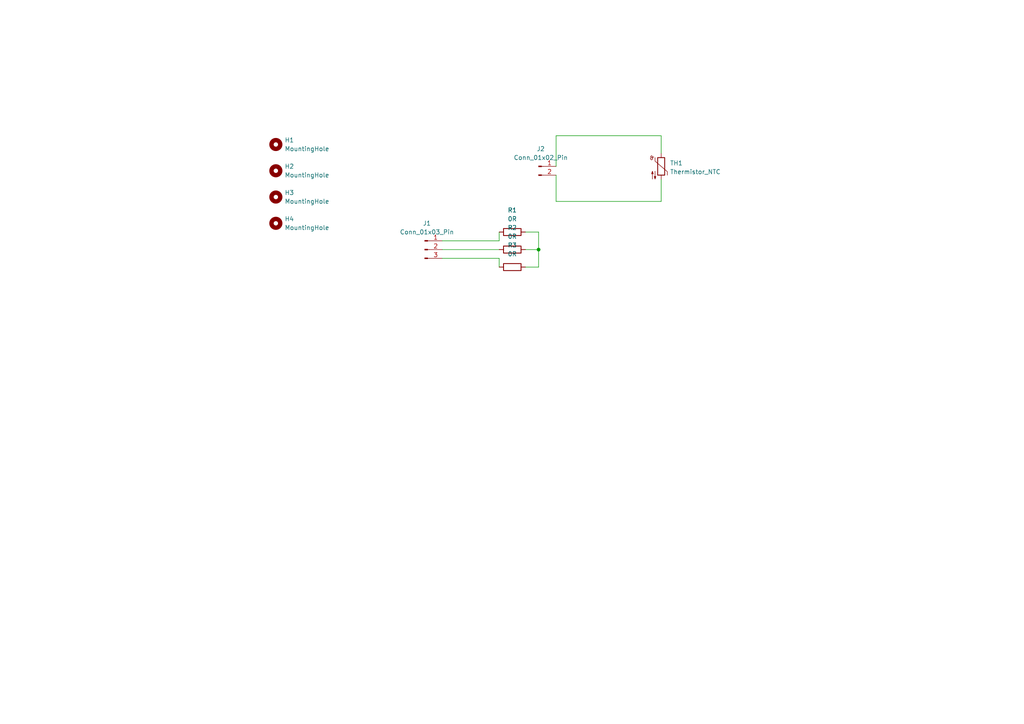
<source format=kicad_sch>
(kicad_sch (version 20231120) (generator "eeschema") (generator_version "8.0")
  (paper "A4")
  (title_block (title "Advanced Linear Motor") (date "2024-07-27") (rev "1") (company "enGYneer.at"))
  (lib_symbols
    (symbol "Connector:Conn_01x02_Pin" (pin_names (offset 1.016) hide)
      (property "Reference" "J" (at 0 2.54 0))
      (property "Value" "Conn_01x02_Pin" (at 0 -5.08 0))
      (symbol "Conn_01x02_Pin_1_1"
        (polyline (pts (xy 1.27 -2.54) (xy 0.8636 -2.54)) (stroke (width 0.1524)))
        (polyline (pts (xy 1.27 0) (xy 0.8636 0)) (stroke (width 0.1524)))
        (rectangle (start 0.8636 -2.413) (end 0 -2.667) (stroke (width 0.1524)) (fill (type outline)))
        (rectangle (start 0.8636 0.127) (end 0 -0.127) (stroke (width 0.1524)) (fill (type outline)))
        (pin passive line (at 5.08 0 180) (length 3.81) (name "Pin_1") (number "1"))
        (pin passive line (at 5.08 -2.54 180) (length 3.81) (name "Pin_2") (number "2"))
      )
    )
    (symbol "Connector:Conn_01x03_Pin" (pin_names (offset 1.016) hide)
      (property "Reference" "J" (at 0 5.08 0))
      (property "Value" "Conn_01x03_Pin" (at 0 -5.08 0))
      (symbol "Conn_01x03_Pin_1_1"
        (polyline (pts (xy 1.27 -2.54) (xy 0.8636 -2.54)) (stroke (width 0.1524)))
        (polyline (pts (xy 1.27 0) (xy 0.8636 0)) (stroke (width 0.1524)))
        (polyline (pts (xy 1.27 2.54) (xy 0.8636 2.54)) (stroke (width 0.1524)))
        (rectangle (start 0.8636 -2.413) (end 0 -2.667) (stroke (width 0.1524)) (fill (type outline)))
        (rectangle (start 0.8636 0.127) (end 0 -0.127) (stroke (width 0.1524)) (fill (type outline)))
        (rectangle (start 0.8636 2.667) (end 0 2.413) (stroke (width 0.1524)) (fill (type outline)))
        (pin passive line (at 5.08 2.54 180) (length 3.81) (name "Pin_1") (number "1"))
        (pin passive line (at 5.08 0 180) (length 3.81) (name "Pin_2") (number "2"))
        (pin passive line (at 5.08 -2.54 180) (length 3.81) (name "Pin_3") (number "3"))
      )
    )
    (symbol "Device:R" (pin_numbers hide) (pin_names (offset 0))
      (property "Reference" "R" (at 2.032 0 90))
      (property "Value" "R" (at 0 0 90))
      (symbol "R_0_1"
        (rectangle (start -1.016 -2.54) (end 1.016 2.54) (stroke (width 0.254)))
      )
      (symbol "R_1_1"
        (pin passive line (at 0 3.81 270) (length 1.27) (name "~") (number "1"))
        (pin passive line (at 0 -3.81 90) (length 1.27) (name "~") (number "2"))
      )
    )
    (symbol "Device:Thermistor_NTC" (pin_numbers hide) (pin_names (offset 0))
      (property "Reference" "TH" (at -4.445 0 90))
      (property "Value" "Thermistor_NTC" (at 3.175 0 90))
      (symbol "Thermistor_NTC_0_1"
        (arc (start -3.048 2.159) (mid -3.0495 2.3143) (end -3.175 2.413))
        (arc (start -3.048 2.159) (mid -2.9736 1.9794) (end -2.794 1.905))
        (arc (start -3.048 2.794) (mid -2.9736 2.6144) (end -2.794 2.54))
        (arc (start -2.794 1.905) (mid -2.6144 1.9794) (end -2.54 2.159))
        (arc (start -2.794 2.54) (mid -2.4393 2.5587) (end -2.159 2.794))
        (arc (start -2.794 3.048) (mid -2.9736 2.9736) (end -3.048 2.794))
        (arc (start -2.54 2.794) (mid -2.6144 2.9736) (end -2.794 3.048))
        (rectangle (start -1.016 2.54) (end 1.016 -2.54) (stroke (width 0.254)))
        (polyline (pts (xy -2.54 2.159) (xy -2.54 2.794)))
        (polyline (pts (xy -1.778 2.54) (xy -1.778 1.524) (xy 1.778 -1.524) (xy 1.778 -2.54)))
        (polyline (pts (xy -2.54 -3.683) (xy -2.54 -1.397) (xy -2.794 -2.159) (xy -2.286 -2.159) (xy -2.54 -1.397) (xy -2.54 -1.651)) (fill (type outline)))
        (polyline (pts (xy -1.778 -1.397) (xy -1.778 -3.683) (xy -2.032 -2.921) (xy -1.524 -2.921) (xy -1.778 -3.683) (xy -1.778 -3.429)) (fill (type outline)))
      )
      (symbol "Thermistor_NTC_1_1"
        (pin passive line (at 0 3.81 270) (length 1.27) (name "~") (number "1"))
        (pin passive line (at 0 -3.81 90) (length 1.27) (name "~") (number "2"))
      )
    )
    (symbol "Mechanical:MountingHole" (pin_names (offset 1.016)) (exclude_from_sim yes) (in_bom no)
      (property "Reference" "H" (at 0 5.08 0))
      (property "Value" "MountingHole" (at 0 3.175 0))
      (symbol "MountingHole_0_1"
        (circle (center 0 0) (radius 1.27) (stroke (width 1.27)))
      )
    )
  )
  (junction (at 156.21 72.39))
  (wire (pts (xy 152.4 77.47) (xy 156.21 77.47)))
  (wire (pts (xy 144.78 69.85) (xy 144.78 67.31)))
  (wire (pts (xy 191.77 39.37) (xy 191.77 44.45)))
  (wire (pts (xy 161.29 39.37) (xy 191.77 39.37)))
  (wire (pts (xy 191.77 58.42) (xy 191.77 52.07)))
  (wire (pts (xy 152.4 72.39) (xy 156.21 72.39)))
  (wire (pts (xy 161.29 50.8) (xy 161.29 58.42)))
  (wire (pts (xy 128.27 69.85) (xy 144.78 69.85)))
  (wire (pts (xy 161.29 58.42) (xy 191.77 58.42)))
  (wire (pts (xy 128.27 74.93) (xy 144.78 74.93)))
  (wire (pts (xy 144.78 74.93) (xy 144.78 77.47)))
  (wire (pts (xy 156.21 77.47) (xy 156.21 72.39)))
  (wire (pts (xy 161.29 48.26) (xy 161.29 39.37)))
  (wire (pts (xy 128.27 72.39) (xy 144.78 72.39)))
  (wire (pts (xy 156.21 67.31) (xy 156.21 72.39)))
  (wire (pts (xy 152.4 67.31) (xy 156.21 67.31)))
  (symbol (lib_id "Connector:Conn_01x03_Pin") (at 123.19 72.39 0) (unit 1)
    (property "Reference" "J1" (at 123.825 64.77 0))
    (property "Value" "Conn_01x03_Pin" (at 123.825 67.31 0))
    (property "Footprint" "Connector_JST:JST_XH_B3B-XH-A_1x03_P2.50mm_Vertical" (effects (hide yes)))
    (property "Description" "Generic connector, single row, 01x03, script generated" (effects (hide yes)))
  )
  (symbol (lib_id "Mechanical:MountingHole") (at 80.01 49.53 0) (unit 1) (exclude_from_sim yes) (in_bom no)
    (property "Reference" "H2" (at 82.55 48.2599 0) (effects (justify left)))
    (property "Value" "MountingHole" (at 82.55 50.7999 0) (effects (justify left)))
    (property "Footprint" "MountingHole:MountingHole_3.2mm_M3_DIN965" (effects (hide yes)))
    (property "Description" "Mounting Hole without connection" (effects (hide yes)))
  )
  (symbol (lib_id "Mechanical:MountingHole") (at 80.01 57.15 0) (unit 1) (exclude_from_sim yes) (in_bom no)
    (property "Reference" "H3" (at 82.55 55.8799 0) (effects (justify left)))
    (property "Value" "MountingHole" (at 82.55 58.4199 0) (effects (justify left)))
    (property "Footprint" "MountingHole:MountingHole_3.2mm_M3_DIN965" (effects (hide yes)))
    (property "Description" "Mounting Hole without connection" (effects (hide yes)))
  )
  (symbol (lib_id "Device:Thermistor_NTC") (at 191.77 48.26 0) (unit 1)
    (property "Reference" "TH1" (at 194.31 47.3074 0) (effects (justify left)))
    (property "Value" "Thermistor_NTC" (at 194.31 49.8474 0) (effects (justify left)))
    (property "Footprint" "Resistor_SMD:R_0805_2012Metric_Pad1.20x1.40mm_HandSolder" (effects (hide yes)))
    (property "Description" "Temperature dependent resistor, negative temperature coefficient" (effects (hide yes)))
  )
  (symbol (lib_id "Connector:Conn_01x02_Pin") (at 156.21 48.26 0) (unit 1)
    (property "Reference" "J2" (at 156.845 43.18 0))
    (property "Value" "Conn_01x02_Pin" (at 156.845 45.72 0))
    (property "Footprint" "Connector_JST:JST_XH_B2B-XH-A_1x02_P2.50mm_Vertical" (effects (hide yes)))
    (property "Description" "Generic connector, single row, 01x02, script generated" (effects (hide yes)))
  )
  (symbol (lib_id "Device:R") (at 148.59 67.31 90) (unit 1)
    (property "Reference" "R1" (at 148.59 60.96 90))
    (property "Value" "0R" (at 148.59 63.5 90))
    (property "Footprint" "Resistor_SMD:R_0805_2012Metric_Pad1.20x1.40mm_HandSolder" (effects (hide yes)))
    (property "Description" "Resistor" (effects (hide yes)))
  )
  (symbol (lib_id "Mechanical:MountingHole") (at 80.01 41.91 0) (unit 1) (exclude_from_sim yes) (in_bom no)
    (property "Reference" "H1" (at 82.55 40.6399 0) (effects (justify left)))
    (property "Value" "MountingHole" (at 82.55 43.1799 0) (effects (justify left)))
    (property "Footprint" "MountingHole:MountingHole_3.2mm_M3_DIN965" (effects (hide yes)))
    (property "Description" "Mounting Hole without connection" (effects (hide yes)))
  )
  (symbol (lib_id "Mechanical:MountingHole") (at 80.01 64.77 0) (unit 1) (exclude_from_sim yes) (in_bom no)
    (property "Reference" "H4" (at 82.55 63.4999 0) (effects (justify left)))
    (property "Value" "MountingHole" (at 82.55 66.0399 0) (effects (justify left)))
    (property "Footprint" "MountingHole:MountingHole_3.2mm_M3_DIN965" (effects (hide yes)))
    (property "Description" "Mounting Hole without connection" (effects (hide yes)))
  )
  (symbol (lib_id "Device:R") (at 148.59 77.47 90) (unit 1)
    (property "Reference" "R3" (at 148.59 71.12 90))
    (property "Value" "0R" (at 148.59 73.66 90))
    (property "Footprint" "Resistor_SMD:R_0805_2012Metric_Pad1.20x1.40mm_HandSolder" (effects (hide yes)))
    (property "Description" "Resistor" (effects (hide yes)))
  )
  (symbol (lib_id "Device:R") (at 148.59 72.39 90) (unit 1)
    (property "Reference" "R2" (at 148.59 66.04 90))
    (property "Value" "0R" (at 148.59 68.58 90))
    (property "Footprint" "Resistor_SMD:R_0805_2012Metric_Pad1.20x1.40mm_HandSolder" (effects (hide yes)))
    (property "Description" "Resistor" (effects (hide yes)))
  )
)
</source>
